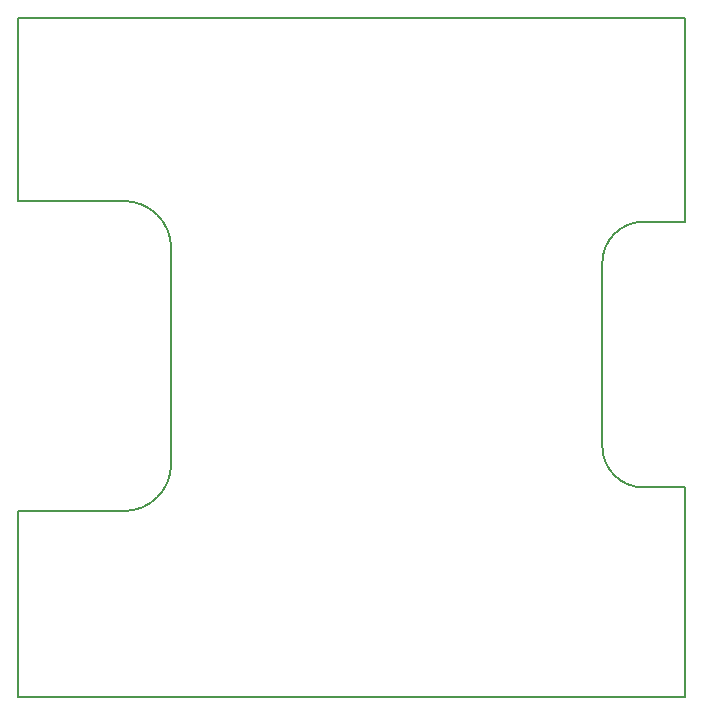
<source format=gm1>
G04 #@! TF.GenerationSoftware,KiCad,Pcbnew,5.1.0*
G04 #@! TF.CreationDate,2019-04-16T13:05:14+02:00*
G04 #@! TF.ProjectId,KXKM_audio_battery_module,4b584b4d-5f61-4756-9469-6f5f62617474,2.0*
G04 #@! TF.SameCoordinates,PX623a7c0PY839b680*
G04 #@! TF.FileFunction,Profile,NP*
%FSLAX46Y46*%
G04 Gerber Fmt 4.6, Leading zero omitted, Abs format (unit mm)*
G04 Created by KiCad (PCBNEW 5.1.0) date 2019-04-16 13:05:14*
%MOMM*%
%LPD*%
G04 APERTURE LIST*
%ADD10C,0.150000*%
G04 APERTURE END LIST*
D10*
X9000000Y42000000D02*
G75*
G02X13000000Y38000000I0J-4000000D01*
G01*
X13000000Y19750000D02*
X13000000Y38000000D01*
X0Y15750000D02*
X9000000Y15750000D01*
X13000000Y19750000D02*
G75*
G02X9000000Y15750000I-4000000J0D01*
G01*
X49500000Y21250000D02*
X49500000Y36750000D01*
X53000000Y40250000D02*
G75*
G03X49500000Y36750000I0J-3500000D01*
G01*
X53000000Y17750000D02*
X56500000Y17750000D01*
X49500000Y21250000D02*
G75*
G03X53000000Y17750000I3500000J0D01*
G01*
X9000000Y42000000D02*
X0Y42000000D01*
X0Y42000000D02*
X0Y57500000D01*
X0Y0D02*
X0Y15750000D01*
X56500000Y0D02*
X0Y0D01*
X56500000Y17750000D02*
X56500000Y0D01*
X56500000Y40250000D02*
X53000000Y40250000D01*
X56500000Y57500000D02*
X56500000Y40250000D01*
X0Y57500000D02*
X56500000Y57500000D01*
M02*

</source>
